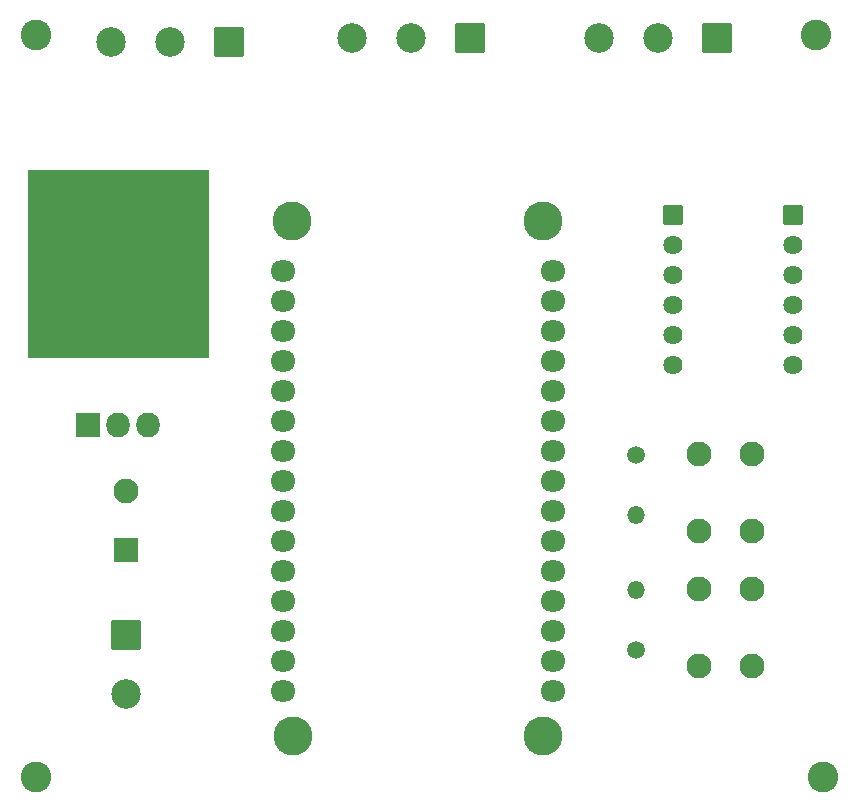
<source format=gbs>
%TF.GenerationSoftware,KiCad,Pcbnew,6.0.0*%
%TF.CreationDate,2022-01-15T13:24:48-05:00*%
%TF.ProjectId,wled-driver-nodemcu-v2,776c6564-2d64-4726-9976-65722d6e6f64,rev?*%
%TF.SameCoordinates,Original*%
%TF.FileFunction,Soldermask,Bot*%
%TF.FilePolarity,Negative*%
%FSLAX46Y46*%
G04 Gerber Fmt 4.6, Leading zero omitted, Abs format (unit mm)*
G04 Created by KiCad (PCBNEW 6.0.0) date 2022-01-15 13:24:48*
%MOMM*%
%LPD*%
G01*
G04 APERTURE LIST*
G04 Aperture macros list*
%AMRoundRect*
0 Rectangle with rounded corners*
0 $1 Rounding radius*
0 $2 $3 $4 $5 $6 $7 $8 $9 X,Y pos of 4 corners*
0 Add a 4 corners polygon primitive as box body*
4,1,4,$2,$3,$4,$5,$6,$7,$8,$9,$2,$3,0*
0 Add four circle primitives for the rounded corners*
1,1,$1+$1,$2,$3*
1,1,$1+$1,$4,$5*
1,1,$1+$1,$6,$7*
1,1,$1+$1,$8,$9*
0 Add four rect primitives between the rounded corners*
20,1,$1+$1,$2,$3,$4,$5,0*
20,1,$1+$1,$4,$5,$6,$7,0*
20,1,$1+$1,$6,$7,$8,$9,0*
20,1,$1+$1,$8,$9,$2,$3,0*%
G04 Aperture macros list end*
%ADD10C,0.100000*%
%ADD11C,2.601600*%
%ADD12C,2.101600*%
%ADD13O,1.501600X1.501600*%
%ADD14C,1.501600*%
%ADD15O,3.601600X3.601600*%
%ADD16RoundRect,0.050800X-0.952500X-1.000000X0.952500X-1.000000X0.952500X1.000000X-0.952500X1.000000X0*%
%ADD17O,2.006600X2.101600*%
%ADD18RoundRect,0.050800X1.200000X1.200000X-1.200000X1.200000X-1.200000X-1.200000X1.200000X-1.200000X0*%
%ADD19C,2.501600*%
%ADD20C,3.301600*%
%ADD21O,2.133600X1.828800*%
%ADD22C,1.625600*%
%ADD23RoundRect,0.050800X-0.762000X-0.762000X0.762000X-0.762000X0.762000X0.762000X-0.762000X0.762000X0*%
%ADD24RoundRect,0.050800X1.000000X-1.000000X1.000000X1.000000X-1.000000X1.000000X-1.000000X-1.000000X0*%
%ADD25RoundRect,0.050800X-1.200000X1.200000X-1.200000X-1.200000X1.200000X-1.200000X1.200000X1.200000X0*%
G04 APERTURE END LIST*
D10*
X90805000Y-60325000D02*
X106045000Y-60325000D01*
X106045000Y-60325000D02*
X106045000Y-76200000D01*
X106045000Y-76200000D02*
X90805000Y-76200000D01*
X90805000Y-76200000D02*
X90805000Y-60325000D01*
G36*
X90805000Y-60325000D02*
G01*
X106045000Y-60325000D01*
X106045000Y-76200000D01*
X90805000Y-76200000D01*
X90805000Y-60325000D01*
G37*
D11*
%TO.C,MH*%
X158115000Y-111760000D03*
%TD*%
D12*
%TO.C,D5-GPIO14*%
X152110000Y-102310000D03*
X152110000Y-95810000D03*
X147610000Y-95810000D03*
X147610000Y-102310000D03*
%TD*%
D13*
%TO.C,R1*%
X142240000Y-95885000D03*
D14*
X142240000Y-100965000D03*
%TD*%
D13*
%TO.C,R2*%
X142240000Y-89535000D03*
D14*
X142240000Y-84455000D03*
%TD*%
D12*
%TO.C,D6-GPIO12*%
X152110000Y-84380000D03*
X152110000Y-90880000D03*
X147610000Y-84380000D03*
X147610000Y-90880000D03*
%TD*%
D11*
%TO.C,MH*%
X91440000Y-48895000D03*
%TD*%
%TO.C,MH*%
X157480000Y-48895000D03*
%TD*%
%TO.C,MH*%
X91440000Y-111760000D03*
%TD*%
D15*
%TO.C,L7805*%
X98425000Y-65255000D03*
D16*
X95885000Y-81915000D03*
D17*
X98425000Y-81915000D03*
X100965000Y-81915000D03*
%TD*%
D18*
%TO.C,D4-GPIO2*%
X149145000Y-49195000D03*
D19*
X144145000Y-49195000D03*
X139145000Y-49195000D03*
%TD*%
D20*
%TO.C,NodeMCU1Amica1*%
X134395000Y-108277500D03*
X134395000Y-64647500D03*
X113195000Y-108277500D03*
X113145000Y-64647500D03*
D21*
X112395000Y-68897500D03*
X112395000Y-71437500D03*
X112395000Y-73977500D03*
X112395000Y-76517500D03*
X112395000Y-79057500D03*
X112395000Y-81597500D03*
X112395000Y-84137500D03*
X112395000Y-86677500D03*
X112395000Y-89217500D03*
X112395000Y-91757500D03*
X112395000Y-94297500D03*
X112395000Y-96837500D03*
X112395000Y-99377500D03*
X112395000Y-101917500D03*
X112395000Y-104457500D03*
X135255000Y-104457500D03*
X135255000Y-101917500D03*
X135255000Y-99377500D03*
X135255000Y-96837500D03*
X135255000Y-94297500D03*
X135255000Y-91757500D03*
X135255000Y-89217500D03*
X135255000Y-86677500D03*
X135255000Y-84137500D03*
X135255000Y-81597500D03*
X135255000Y-79057500D03*
X135255000Y-76517500D03*
X135255000Y-73977500D03*
X135255000Y-71437500D03*
X135255000Y-68897500D03*
%TD*%
D22*
%TO.C,LevelShifter-1*%
X155575000Y-71755000D03*
X145415000Y-71755000D03*
X155575000Y-69215000D03*
D23*
X155575000Y-64135000D03*
D22*
X155575000Y-66675000D03*
X155575000Y-74295000D03*
X155575000Y-76835000D03*
X145415000Y-69215000D03*
D23*
X145415000Y-64135000D03*
D22*
X145415000Y-66675000D03*
X145415000Y-74295000D03*
X145415000Y-76835000D03*
%TD*%
D24*
%TO.C,C1*%
X99060000Y-92537677D03*
D12*
X99060000Y-87537677D03*
%TD*%
D25*
%TO.C,VIn1*%
X99060000Y-99695000D03*
D19*
X99060000Y-104695000D03*
%TD*%
D18*
%TO.C,D1-GPIO5*%
X128190000Y-49195000D03*
D19*
X123190000Y-49195000D03*
X118190000Y-49195000D03*
%TD*%
D18*
%TO.C,D2-GPIO4*%
X107790000Y-49495000D03*
D19*
X102790000Y-49495000D03*
X97790000Y-49495000D03*
%TD*%
M02*

</source>
